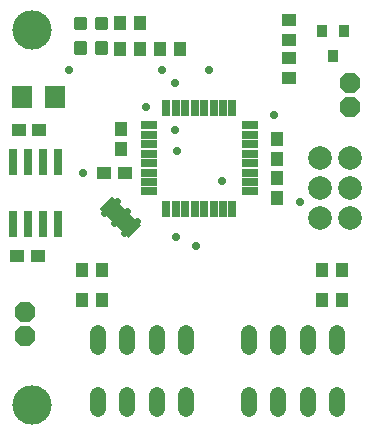
<source format=gbr>
G04 EAGLE Gerber X2 export*
%TF.Part,Single*%
%TF.FileFunction,Soldermask,Top,1*%
%TF.FilePolarity,Negative*%
%TF.GenerationSoftware,Autodesk,EAGLE,9.1.3*%
%TF.CreationDate,2018-09-23T19:11:10Z*%
G75*
%MOMM*%
%FSLAX34Y34*%
%LPD*%
%AMOC8*
5,1,8,0,0,1.08239X$1,22.5*%
G01*
%ADD10C,3.327000*%
%ADD11C,2.006600*%
%ADD12R,1.397000X0.685800*%
%ADD13R,0.685800X1.397000*%
%ADD14R,0.727000X2.327000*%
%ADD15C,1.327000*%
%ADD16C,0.577000*%
%ADD17R,3.495038X1.534156*%
%ADD18R,1.227000X1.127000*%
%ADD19R,1.727000X1.927000*%
%ADD20R,0.927000X1.027000*%
%ADD21R,1.127000X1.227000*%
%ADD22C,0.428259*%
%ADD23P,1.869504X8X22.500000*%
%ADD24C,0.731000*%


D10*
X31750Y31750D03*
X31750Y349250D03*
D11*
X274904Y189865D03*
X300304Y189865D03*
X274904Y215265D03*
X300304Y215265D03*
X274904Y240665D03*
X300304Y240665D03*
D12*
X130302Y268538D03*
X130302Y260538D03*
X130302Y252538D03*
X130302Y244538D03*
X130302Y236538D03*
X130302Y228538D03*
X130302Y220538D03*
X130302Y212538D03*
D13*
X145228Y197612D03*
X153228Y197612D03*
X161228Y197612D03*
X169228Y197612D03*
X177228Y197612D03*
X185228Y197612D03*
X193228Y197612D03*
X201228Y197612D03*
D12*
X216154Y212538D03*
X216154Y220538D03*
X216154Y228538D03*
X216154Y236538D03*
X216154Y244538D03*
X216154Y252538D03*
X216154Y260538D03*
X216154Y268538D03*
D13*
X201228Y283464D03*
X193228Y283464D03*
X185228Y283464D03*
X177228Y283464D03*
X169228Y283464D03*
X161228Y283464D03*
X153228Y283464D03*
X145228Y283464D03*
D14*
X40894Y237328D03*
X40894Y185328D03*
X53594Y237328D03*
X28194Y237328D03*
X15494Y237328D03*
X53594Y185328D03*
X28194Y185328D03*
X15494Y185328D03*
D15*
X162230Y92741D02*
X162230Y80741D01*
X137230Y80741D02*
X137230Y92741D01*
X112230Y92741D02*
X112230Y80741D01*
X87230Y80741D02*
X87230Y92741D01*
X162052Y40290D02*
X162052Y28290D01*
X137052Y28290D02*
X137052Y40290D01*
X112052Y40290D02*
X112052Y28290D01*
X87052Y28290D02*
X87052Y40290D01*
X289814Y80614D02*
X289814Y92614D01*
X264814Y92614D02*
X264814Y80614D01*
X239814Y80614D02*
X239814Y92614D01*
X214814Y92614D02*
X214814Y80614D01*
X289814Y40036D02*
X289814Y28036D01*
X264814Y28036D02*
X264814Y40036D01*
X239814Y40036D02*
X239814Y28036D01*
X214814Y28036D02*
X214814Y40036D01*
D16*
X92797Y194095D02*
X103085Y204383D01*
X111570Y195898D02*
X101282Y185610D01*
X109767Y177125D02*
X120055Y187413D01*
D17*
G36*
X113322Y172974D02*
X88610Y197686D01*
X99458Y208534D01*
X124170Y183822D01*
X113322Y172974D01*
G37*
D18*
X36186Y157480D03*
X19186Y157480D03*
X37710Y264922D03*
X20710Y264922D03*
D19*
X51084Y292100D03*
X23084Y292100D03*
D20*
X295758Y348582D03*
X276758Y348582D03*
X286258Y327582D03*
D21*
X139836Y333502D03*
X156836Y333502D03*
D18*
X109846Y228092D03*
X92846Y228092D03*
D21*
X238506Y223892D03*
X238506Y206892D03*
X106426Y248802D03*
X106426Y265802D03*
X238506Y240166D03*
X238506Y257166D03*
X74050Y120650D03*
X91050Y120650D03*
X74050Y146050D03*
X91050Y146050D03*
X294250Y146050D03*
X277250Y146050D03*
X294250Y120650D03*
X277250Y120650D03*
D18*
X248666Y340750D03*
X248666Y357750D03*
X248666Y325238D03*
X248666Y308238D03*
D22*
X75750Y331024D02*
X75750Y338012D01*
X75750Y331024D02*
X68762Y331024D01*
X68762Y338012D01*
X75750Y338012D01*
X75750Y335093D02*
X68762Y335093D01*
X93290Y338012D02*
X93290Y331024D01*
X86302Y331024D01*
X86302Y338012D01*
X93290Y338012D01*
X93290Y335093D02*
X86302Y335093D01*
D21*
X123054Y333502D03*
X106054Y333502D03*
X123054Y355092D03*
X106054Y355092D03*
D22*
X75750Y351852D02*
X75750Y358840D01*
X75750Y351852D02*
X68762Y351852D01*
X68762Y358840D01*
X75750Y358840D01*
X75750Y355921D02*
X68762Y355921D01*
X93290Y358840D02*
X93290Y351852D01*
X86302Y351852D01*
X86302Y358840D01*
X93290Y358840D01*
X93290Y355921D02*
X86302Y355921D01*
D23*
X25146Y110490D03*
X25146Y90170D03*
X300736Y304546D03*
X300736Y284226D03*
D24*
X236728Y277622D03*
X74422Y227838D03*
X62484Y315468D03*
X258572Y203708D03*
X152908Y304292D03*
X141732Y315722D03*
X192024Y220980D03*
X153416Y174244D03*
X154178Y246634D03*
X181102Y315722D03*
X152146Y264922D03*
X170434Y166370D03*
X128270Y283718D03*
M02*

</source>
